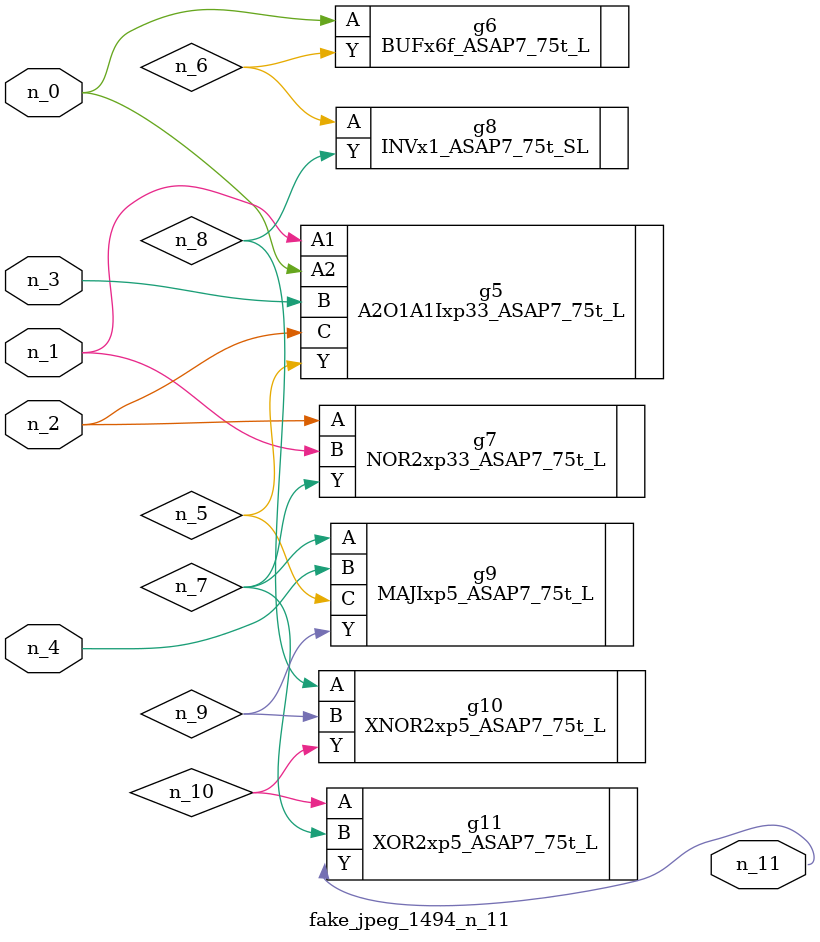
<source format=v>
module fake_jpeg_1494_n_11 (n_3, n_2, n_1, n_0, n_4, n_11);

input n_3;
input n_2;
input n_1;
input n_0;
input n_4;

output n_11;

wire n_10;
wire n_8;
wire n_9;
wire n_6;
wire n_5;
wire n_7;

A2O1A1Ixp33_ASAP7_75t_L g5 ( 
.A1(n_1),
.A2(n_0),
.B(n_3),
.C(n_2),
.Y(n_5)
);

BUFx6f_ASAP7_75t_L g6 ( 
.A(n_0),
.Y(n_6)
);

NOR2xp33_ASAP7_75t_L g7 ( 
.A(n_2),
.B(n_1),
.Y(n_7)
);

INVx1_ASAP7_75t_SL g8 ( 
.A(n_6),
.Y(n_8)
);

XNOR2xp5_ASAP7_75t_L g10 ( 
.A(n_8),
.B(n_9),
.Y(n_10)
);

MAJIxp5_ASAP7_75t_L g9 ( 
.A(n_7),
.B(n_4),
.C(n_5),
.Y(n_9)
);

XOR2xp5_ASAP7_75t_L g11 ( 
.A(n_10),
.B(n_7),
.Y(n_11)
);


endmodule
</source>
